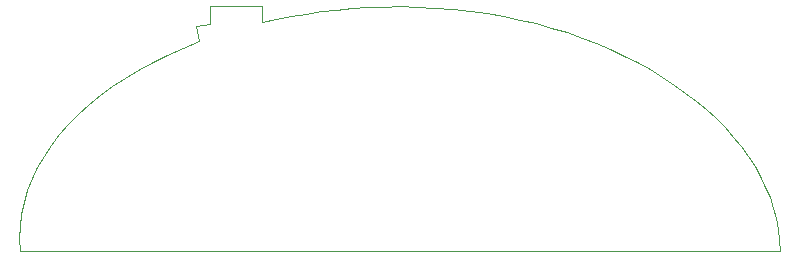
<source format=gm1>
%TF.GenerationSoftware,KiCad,Pcbnew,(6.0.4-0)*%
%TF.CreationDate,2022-05-21T09:58:13-04:00*%
%TF.ProjectId,earth_base,65617274-685f-4626-9173-652e6b696361,v03*%
%TF.SameCoordinates,Original*%
%TF.FileFunction,Profile,NP*%
%FSLAX46Y46*%
G04 Gerber Fmt 4.6, Leading zero omitted, Abs format (unit mm)*
G04 Created by KiCad (PCBNEW (6.0.4-0)) date 2022-05-21 09:58:13*
%MOMM*%
%LPD*%
G01*
G04 APERTURE LIST*
%TA.AperFunction,Profile*%
%ADD10C,0.000010*%
%TD*%
G04 APERTURE END LIST*
%TO.C,svg2mod*%
D10*
X137494278Y-93623145D02*
X138710439Y-93352535D01*
X139948844Y-93111149D01*
X141208382Y-92899686D01*
X142487947Y-92718843D01*
X143786429Y-92569317D01*
X145102720Y-92451805D01*
X146435711Y-92367005D01*
X147784293Y-92315613D01*
X149147358Y-92298328D01*
X150663798Y-92322240D01*
X152162061Y-92393150D01*
X153640608Y-92509820D01*
X155097901Y-92671010D01*
X156532400Y-92875483D01*
X157942566Y-93122000D01*
X159326860Y-93409321D01*
X160683743Y-93736210D01*
X162011675Y-94101426D01*
X163309118Y-94503731D01*
X164574533Y-94941887D01*
X165806380Y-95414655D01*
X167003120Y-95920797D01*
X168163215Y-96459073D01*
X169285124Y-97028246D01*
X170367309Y-97627077D01*
X171408232Y-98254326D01*
X172406351Y-98908756D01*
X173360130Y-99589128D01*
X174268028Y-100294203D01*
X175128506Y-101022743D01*
X175940026Y-101773508D01*
X176701047Y-102545261D01*
X177410032Y-103336763D01*
X178065441Y-104146775D01*
X178665734Y-104974059D01*
X179209373Y-105817376D01*
X179694819Y-106675487D01*
X180120532Y-107547153D01*
X180484974Y-108431138D01*
X180786605Y-109326200D01*
X181023886Y-110231103D01*
X181195278Y-111144607D01*
X181299241Y-112065473D01*
X181334238Y-112992464D01*
X116980144Y-112985564D01*
X116933264Y-111933350D01*
X116978442Y-110884406D01*
X117112463Y-109849852D01*
X117333061Y-108831066D01*
X117637970Y-107829425D01*
X118024923Y-106846306D01*
X118491652Y-105883087D01*
X119035892Y-104941145D01*
X119655376Y-104021857D01*
X120347836Y-103126601D01*
X121111006Y-102256754D01*
X121942619Y-101413694D01*
X122840409Y-100598797D01*
X123802109Y-99813442D01*
X124825452Y-99059006D01*
X125908172Y-98336866D01*
X127048001Y-97648399D01*
X128242674Y-96994983D01*
X129489922Y-96377995D01*
X130787480Y-95798812D01*
X132133081Y-95258813D01*
X131949031Y-93963510D01*
X132526650Y-93843703D01*
X133104269Y-93813033D01*
X133123379Y-92940240D01*
X133138429Y-92244550D01*
X137494278Y-92244511D01*
X137494278Y-93623145D01*
%TD*%
M02*

</source>
